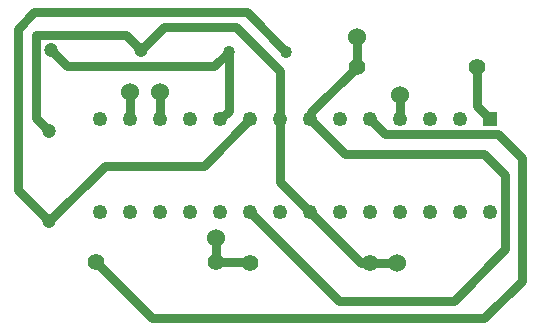
<source format=gbr>
G04*
G04 #@! TF.GenerationSoftware,Altium Limited,Altium Designer,22.4.2 (48)*
G04*
G04 Layer_Physical_Order=2*
G04 Layer_Color=16711680*
%FSLAX44Y44*%
%MOMM*%
G71*
G04*
G04 #@! TF.SameCoordinates,BDD24D00-A3F0-4FE7-AA0F-EC7639B0A0CE*
G04*
G04*
G04 #@! TF.FilePolarity,Positive*
G04*
G01*
G75*
%ADD19C,1.4000*%
%ADD20C,1.5240*%
%ADD21C,1.0300*%
%ADD22C,1.2000*%
%ADD23C,1.2500*%
%ADD24R,1.2500X1.2500*%
%ADD25C,0.8000*%
D19*
X400050Y227330D02*
D03*
X298450D02*
D03*
X208280Y60960D02*
D03*
X309880D02*
D03*
X77470Y62230D02*
D03*
X179070D02*
D03*
D20*
Y82550D02*
D03*
X335280Y203200D02*
D03*
X332740Y60960D02*
D03*
X132080Y205740D02*
D03*
X106680D02*
D03*
X298450Y252730D02*
D03*
D21*
X239030Y240030D02*
D03*
X190230D02*
D03*
D22*
X115570Y241300D02*
D03*
X39370D02*
D03*
X38100Y172720D02*
D03*
Y96520D02*
D03*
D23*
X411480Y104140D02*
D03*
X386080D02*
D03*
X360680D02*
D03*
X335280D02*
D03*
X309880D02*
D03*
X284480D02*
D03*
X259080D02*
D03*
X233680D02*
D03*
X208280D02*
D03*
X182880D02*
D03*
X157480D02*
D03*
X132080D02*
D03*
X106680D02*
D03*
X81280D02*
D03*
Y182880D02*
D03*
X106680D02*
D03*
X132080D02*
D03*
X157480D02*
D03*
X182880D02*
D03*
X208280D02*
D03*
X233680D02*
D03*
X259080D02*
D03*
X284480D02*
D03*
X309880D02*
D03*
X335280D02*
D03*
X360680D02*
D03*
X386080D02*
D03*
D24*
X411480D02*
D03*
D25*
X288290Y153670D02*
X406146D01*
X424434Y135382D01*
X259080Y182880D02*
X288290Y153670D01*
X208280Y104140D02*
X283210Y29210D01*
X381000D02*
X424434Y72644D01*
X283210Y29210D02*
X381000D01*
X418084Y169926D02*
X438150Y149860D01*
Y45974D02*
Y149860D01*
X406400Y14224D02*
X438150Y45974D01*
X11430Y123190D02*
X38100Y96520D01*
X11430Y259334D02*
X25400Y273304D01*
X11430Y123190D02*
Y259334D01*
X205386Y62230D02*
X206656Y60960D01*
X208280D01*
X179070Y62230D02*
X205386D01*
X259941Y183741D02*
Y188821D01*
X259080Y182880D02*
X259941Y183741D01*
Y188821D02*
X298450Y227330D01*
X233680Y129540D02*
Y182880D01*
Y129540D02*
X259080Y104140D01*
X115570Y241300D02*
X135128Y260858D01*
X196342D01*
X233680Y223520D01*
Y182880D02*
Y223520D01*
X102870Y254000D02*
X115570Y241300D01*
X26670Y254000D02*
X102870D01*
X26670Y184150D02*
Y254000D01*
Y184150D02*
X38100Y172720D01*
X400050Y194310D02*
Y227330D01*
Y194310D02*
X411480Y182880D01*
X177784Y227584D02*
X190230Y240030D01*
X53086Y227584D02*
X177784D01*
X39370Y241300D02*
X53086Y227584D01*
X190230Y190230D02*
Y240030D01*
X182880Y182880D02*
X190230Y190230D01*
X205756Y273304D02*
X239030Y240030D01*
X25400Y273304D02*
X205756D01*
X424434Y72644D02*
Y135382D01*
X309880Y182880D02*
X322834Y169926D01*
X418084D01*
X125476Y14224D02*
X406400D01*
X77470Y62230D02*
X125476Y14224D01*
X302260Y60960D02*
X309880D01*
X259080Y104140D02*
X302260Y60960D01*
X179070Y62230D02*
Y82550D01*
X168910Y143510D02*
X208280Y182880D01*
X85090Y143510D02*
X168910D01*
X38100Y96520D02*
X85090Y143510D01*
X298450Y227330D02*
Y252730D01*
X106680Y182880D02*
Y205740D01*
X132080Y182880D02*
Y205740D01*
X309880Y60960D02*
X332740D01*
X335280Y182880D02*
Y203200D01*
M02*

</source>
